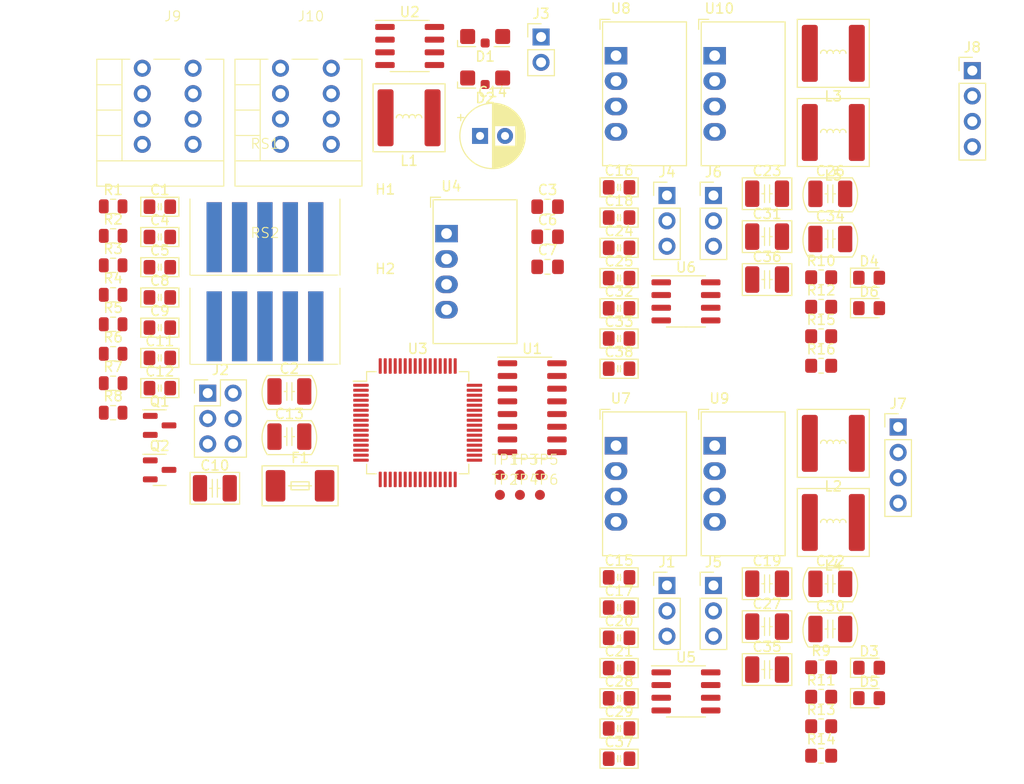
<source format=kicad_pcb>
(kicad_pcb (version 20221018) (generator pcbnew)
  (layers (0 "F.Cu" signal) (31 "B.Cu" signal) (34 "B.Paste" user) (35 "F.Paste" user) (36 "B.SilkS" user "B.Silkscreen") (37 "F.SilkS" user "F.Silkscreen") (38 "B.Mask" user) (39 "F.Mask" user) (44 "Edge.Cuts" user))
  (net 0 "")
  (net 1 "/+3.3VRS485")
  (net 2 "GND1")
  (net 3 "GNDD")
  (net 4 "+3V3")
  (net 5 "/NRST")
  (net 6 "GNDA")
  (net 7 "+24V")
  (net 8 "Net-(U4-IN+)")
  (net 9 "/Vcc_1")
  (net 10 "/GND_1")
  (net 11 "/Vcc_2")
  (net 12 "/GND_2")
  (net 13 "Net-(D3-A)")
  (net 14 "Net-(J1-Pin_3)")
  (net 15 "Net-(U7-IN+)")
  (net 16 "Net-(D4-A)")
  (net 17 "Net-(J4-Pin_3)")
  (net 18 "Net-(U8-IN+)")
  (net 19 "Net-(D5-A)")
  (net 20 "Net-(J1-Pin_1)")
  (net 21 "Net-(U9-IN+)")
  (net 22 "Net-(D6-A)")
  (net 23 "Net-(J4-Pin_1)")
  (net 24 "Net-(U10-IN+)")
  (net 25 "Net-(D1-K)")
  (net 26 "Net-(D1-A)")
  (net 27 "Net-(D2-K)")
  (net 28 "Net-(D2-A)")
  (net 29 "Net-(D3-K)")
  (net 30 "Net-(D4-K)")
  (net 31 "Net-(D5-K)")
  (net 32 "Net-(D6-K)")
  (net 33 "Net-(RS2-Pin_2)")
  (net 34 "/SWDIO")
  (net 35 "/SWCLK")
  (net 37 "/GPIO1")
  (net 38 "/GPIO2")
  (net 39 "/RX_1")
  (net 40 "/TX_1")
  (net 41 "/RX_2")
  (net 42 "/TX_2")
  (net 43 "Net-(Q1-B)")
  (net 44 "Net-(Q2-B)")
  (net 45 "Net-(U1-VE2)")
  (net 46 "Net-(U1-VID)")
  (net 47 "Net-(RS1-Pin_3)")
  (net 48 "Net-(U1-VE1)")
  (net 49 "Net-(RS1-Pin_4)")
  (net 50 "Net-(U1-VOC)")
  (net 51 "/RTS")
  (net 52 "Net-(U1-VOB)")
  (net 53 "/RTS_cont")
  (net 54 "/TX_USART_1")
  (net 55 "/DE_USART_1")
  (net 56 "/RX_USART_1")
  (net 71 "/TX_USART_OUT1")
  (net 72 "/RX_USART_OUT1")
  (net 78 "/TX_USART_OUT2")
  (net 79 "/RX_USART_OUT2")
  (net 86 "/UART_DE")
  (net 87 "/UART_TX")
  (net 88 "/UART_RX")
  (footprint "MountingHole:MountingHole_3.2mm_M3" (layer "F.Cu") (at 99.38 76.385)
    (fp_text reference "H1" (at 0 -4.2) (layer "F.SilkS"))
    (fp_text value "MountingHole")
    (pad "" np_thru_hole circle (at 0 0) (size 3.2 3.2) (drill 3.2) (layers "*.Cu" "*.Mask"))
  )
  (footprint "Resistor_SMD:R_0805_2012Metric_Pad1.20x1.40mm_HandSolder" (layer "F.Cu") (at 142.98 89.835)
    (fp_text reference "R16" (at 0 -1.65) (layer "F.SilkS"))
    (fp_text value "0805 750")
    (pad "1" smd roundrect (at -1 0) (size 1.2 1.4) (layers "F.Cu" "F.Paste" "F.Mask") (roundrect_rratio 0.208333) (net 12 "/GND_2"))
    (pad "2" smd roundrect (at 1 0) (size 1.2 1.4) (layers "F.Cu" "F.Paste" "F.Mask") (roundrect_rratio 0.208333) (net 32 "Net-(D6-K)"))
  )
  (footprint "PCM_4ms_Resistor:R_0805_2012Metric" (layer "F.Cu") (at 72.17 94.535)
    (fp_text reference "R8" (at 0 -1.65) (layer "F.SilkS"))
    (fp_text value "0805-150 Ом±5%-0,125 Вт")
    (pad "1" smd roundrect (at -0.9375 0) (size 0.975 1.4) (layers "F.Cu" "F.Paste" "F.Mask") (net 4 "+3V3"))
    (pad "2" smd roundrect (at 0.9375 0) (size 0.975 1.4) (layers "F.Cu" "F.Paste" "F.Mask") (net 28 "Net-(D2-A)"))
  )
  (footprint "LED_SMD:LED_0805_2012Metric_Pad1.15x1.40mm_HandSolder" (layer "F.Cu") (at 147.775 123.1)
    (fp_text reference "D5" (at 0 -1.65) (layer "F.SilkS"))
    (fp_text value "LED 0805 (LTST-C170KGKT)")
    (pad "1" smd roundrect (at -1.025 0) (size 1.15 1.4) (layers "F.Cu" "F.Paste" "F.Mask") (roundrect_rratio 0.217391) (net 31 "Net-(D5-K)"))
    (pad "2" smd roundrect (at 1.025 0) (size 1.15 1.4) (layers "F.Cu" "F.Paste" "F.Mask") (roundrect_rratio 0.217391) (net 19 "Net-(D5-A)"))
  )
  (footprint "PCM_Capacitor_SMD_AKL:C_1210_3225Metric_Pad1.42x2.65mm_HandSolder" (layer "F.Cu") (at 137.5715 76.9125)
    (fp_text reference "C31" (at 0 -2.28) (layer "F.SilkS"))
    (fp_text value "10uF 50V 1210 GRM32ER71H106K")
    (pad "1" smd roundrect (at -1.4875 0) (size 1.425 2.65) (layers "F.Cu" "F.Paste" "F.Mask") (roundrect_rratio 0.175439) (net 22 "Net-(D6-A)"))
    (pad "2" smd roundrect (at 1.4875 0) (size 1.425 2.65) (layers "F.Cu" "F.Paste" "F.Mask") (roundrect_rratio 0.175439) (net 12 "/GND_2"))
  )
  (footprint "Package_TO_SOT_SMD:SOT-23" (layer "F.Cu") (at 76.82 95.805)
    (fp_text reference "Q1" (at 0 -2.4) (layer "F.SilkS"))
    (fp_text value "DTC114ECA (SOT-23)")
    (pad "1" smd roundrect (at -0.9375 -0.95) (size 1.475 0.6) (layers "F.Cu" "F.Paste" "F.Mask") (net 43 "Net-(Q1-B)"))
    (pad "2" smd roundrect (at -0.9375 0.95) (size 1.475 0.6) (layers "F.Cu" "F.Paste" "F.Mask") (net 3 "GNDD"))
    (pad "3" smd roundrect (at 0.9375 0) (size 1.475 0.6) (layers "F.Cu" "F.Paste" "F.Mask") (net 25 "Net-(D1-K)"))
  )
  (footprint "PCM_Capacitor_SMD_AKL:C_0805_2012Metric_Pad1.18x1.45mm_HandSolder" (layer "F.Cu") (at 122.77 90.1325)
    (fp_text reference "C38" (at 0 -1.68) (layer "F.SilkS"))
    (fp_text value "0,1uF 100V 0805")
    (pad "1" smd roundrect (at -1.0375 0) (size 1.175 1.45) (layers "F.Cu" "F.Paste" "F.Mask") (roundrect_rratio 0.212766) (net 12 "/GND_2"))
    (pad "2" smd roundrect (at 1.0375 0) (size 1.175 1.45) (layers "F.Cu" "F.Paste" "F.Mask") (roundrect_rratio 0.212766) (net 11 "/Vcc_2"))
  )
  (footprint "PCM_Capacitor_SMD_AKL:C_0805_2012Metric_Pad1.18x1.45mm_HandSolder" (layer "F.Cu") (at 76.84 92.0725)
    (fp_text reference "C12" (at 0 -1.68) (layer "F.SilkS"))
    (fp_text value "4,7uF 50V 0805")
    (pad "1" smd roundrect (at -1.0375 0) (size 1.175 1.45) (layers "F.Cu" "F.Paste" "F.Mask") (roundrect_rratio 0.212766) (net 8 "Net-(U4-IN+)"))
    (pad "2" smd roundrect (at 1.0375 0) (size 1.175 1.45) (layers "F.Cu" "F.Paste" "F.Mask") (roundrect_rratio 0.212766) (net 6 "GNDA"))
  )
  (footprint "Connector_PinHeader_2.54mm:PinHeader_1x03_P2.54mm_Vertical" (layer "F.Cu") (at 132.21 111.825)
    (fp_text reference "J5" (at 0 -2.33) (layer "F.SilkS"))
    (fp_text value "ON_5_3")
    (pad "1" thru_hole rect (at 0 0) (size 1.7 1.7) (drill 1) (layers "*.Cu" "*.Mask") (net 19 "Net-(D5-A)"))
    (pad "2" thru_hole oval (at 0 2.54) (size 1.7 1.7) (drill 1) (layers "*.Cu" "*.Mask") (net 9 "/Vcc_1"))
    (pad "3" thru_hole oval (at 0 5.08) (size 1.7 1.7) (drill 1) (layers "*.Cu" "*.Mask") (net 13 "Net-(D3-A)"))
  )
  (footprint "LED_SMD:LED_0805_2012Metric_Pad1.15x1.40mm_HandSolder" (layer "F.Cu") (at 147.775 81.03)
    (fp_text reference "D4" (at 0 -1.65) (layer "F.SilkS"))
    (fp_text value "LED 0805 (LTST-C170KGKT)")
    (pad "1" smd roundrect (at -1.025 0) (size 1.15 1.4) (layers "F.Cu" "F.Paste" "F.Mask") (roundrect_rratio 0.217391) (net 30 "Net-(D4-K)"))
    (pad "2" smd roundrect (at 1.025 0) (size 1.15 1.4) (layers "F.Cu" "F.Paste" "F.Mask") (roundrect_rratio 0.217391) (net 16 "Net-(D4-A)"))
  )
  (footprint "Converter_DCDC:Converter_DCDC_Murata_MEE3SxxxxSC_THT" (layer "F.Cu") (at 132.33 58.81)
    (fp_text reference "U10" (at 0.47 -4.73 180) (layer "F.SilkS"))
    (fp_text value "AM1SS-2403SJZ")
    (pad "1" thru_hole rect (at 0 0 270) (size 1.75 2.25) (drill 1.075) (layers "*.Cu" "*.Mask") (net 6 "GNDA"))
    (pad "2" thru_hole oval (at 0 2.54 270) (size 1.75 2.25) (drill 1.075) (layers "*.Cu" "*.Mask") (net 24 "Net-(U10-IN+)"))
    (pad "3" thru_hole oval (at 0 5.08 270) (size 1.75 2.25) (drill 1.075) (layers "*.Cu" "*.Mask") (net 12 "/GND_2"))
    (pad "4" thru_hole oval (at 0 7.62 270) (size 1.75 2.25) (drill 1.075) (layers "*.Cu" "*.Mask") (net 22 "Net-(D6-A)"))
  )
  (footprint "Package_SO:SOIC-8_3.9x4.9mm_P1.27mm" (layer "F.Cu") (at 129.46 122.425)
    (fp_text reference "U5" (at 0 -3.4) (layer "F.SilkS"))
    (fp_text value "Pai122E30")
    (pad "1" smd roundrect (at -2.475 -1.905) (size 1.95 0.6) (layers "F.Cu" "F.Paste" "F.Mask") (net 4 "+3V3"))
    (pad "2" smd roundrect (at -2.475 -0.635) (size 1.95 0.6) (layers "F.Cu" "F.Paste" "F.Mask") (net 72 "/RX_USART_OUT1"))
    (pad "3" smd roundrect (at -2.475 0.635) (size 1.95 0.6) (layers "F.Cu" "F.Paste" "F.Mask") (net 71 "/TX_USART_OUT1"))
    (pad "4" smd roundrect (at -2.475 1.905) (size 1.95 0.6) (layers "F.Cu" "F.Paste" "F.Mask") (net 3 "GNDD"))
    (pad "5" smd roundrect (at 2.475 1.905) (size 1.95 0.6) (layers "F.Cu" "F.Paste" "F.Mask") (net 10 "/GND_1"))
    (pad "6" smd roundrect (at 2.475 0.635) (size 1.95 0.6) (layers "F.Cu" "F.Paste" "F.Mask") (net 40 "/TX_1"))
    (pad "7" smd roundrect (at 2.475 -0.635) (size 1.95 0.6) (layers "F.Cu" "F.Paste" "F.Mask") (net 39 "/RX_1"))
    (pad "8" smd roundrect (at 2.475 -1.905) (size 1.95 0.6) (layers "F.Cu" "F.Paste" "F.Mask") (net 9 "/Vcc_1"))
  )
  (footprint "PCM_Capacitor_THT_AKL:CP_Radial_D6.3mm_P2.50mm" (layer "F.Cu") (at 108.865241 66.835)
    (fp_text reference "C14" (at 1.25 -4.4) (layer "F.SilkS"))
    (fp_text value "47uF 63V D10,5" hide)
    (pad "1" thru_hole rect (at 0 0) (size 1.6 1.6) (drill 0.8) (layers "*.Cu" "*.Mask") (net 7 "+24V"))
    (pad "2" thru_hole circle (at 2.5 0) (size 1.6 1.6) (drill 0.8) (layers "*.Cu" "*.Mask") (net 6 "GNDA"))
  )
  (footprint "Connector_PinHeader_2.54mm:PinHeader_1x02_P2.54mm_Vertical" (layer "F.Cu") (at 114.97 56.935)
    (fp_text reference "J3" (at 0 -2.33) (layer "F.SilkS"))
    (fp_text value "Debbag GPIO (PinHeader_01x02_P2.54mm)")
    (pad "1" thru_hole rect (at 0 0) (size 1.7 1.7) (drill 1) (layers "*.Cu" "*.Mask") (net 37 "/GPIO1"))
    (pad "2" thru_hole oval (at 0 2.54) (size 1.7 1.7) (drill 1) (layers "*.Cu" "*.Mask") (net 38 "/GPIO2"))
  )
  (footprint "Converter_DCDC:Converter_DCDC_Murata_MEE3SxxxxSC_THT" (layer "F.Cu") (at 105.515 76.61)
    (fp_text reference "U4" (at 0.47 -4.73 180) (layer "F.SilkS"))
    (fp_text value "AM1SS-2403SJZ")
    (pad "1" thru_hole rect (at 0 0 270) (size 1.75 2.25) (drill 1.075) (layers "*.Cu" "*.Mask") (net 6 "GNDA"))
    (pad "2" thru_hole oval (at 0 2.54 270) (size 1.75 2.25) (drill 1.075) (layers "*.Cu" "*.Mask") (net 8 "Net-(U4-IN+)"))
    (pad "3" thru_hole oval (at 0 5.08 270) (size 1.75 2.25) (drill 1.075) (layers "*.Cu" "*.Mask") (net 3 "GNDD"))
    (pad "4" thru_hole oval (at 0 7.62 270) (size 1.75 2.25) (drill 1.075) (layers "*.Cu" "*.Mask") (net 4 "+3V3"))
  )
  (footprint "Connector:Edge_Conn_KLS1-603-10" (layer "F.Cu") (at 87.355 82.08)
    (fp_text reference "RS2" (at 0 -5.54 unlocked) (layer "F.SilkS") (effects (font (thickness 0.1))))
    (fp_text value "SL-10 (L-KLS1-603C-10-S)")
    (pad "1" connect rect (at -5.08 3.81) (size 1.524 7) (layers "*.Mask" "F.Cu") (net 6 "GNDA"))
    (pad "2" connect rect (at -2.54 3.81) (size 1.524 7) (layers "*.Mask" "F.Cu") (net 33 "Net-(RS2-Pin_2)"))
    (pad "3" connect rect (at 0 3.81) (size 1.524 7) (layers "*.Mask" "F.Cu") (net 33 "Net-(RS2-Pin_2)"))
    (pad "4" connect rect (at 2.54 3.81) (size 1.524 7) (layers "*.Mask" "F.Cu") (net 6 "GNDA"))
    (pad "5" connect rect (at 5.08 3.81) (size 1.524 7) (layers "*.Mask" "F.Cu") (net 6 "GNDA"))
    (pad "6" connect rect (at 5.08 3.81) (size 1.524 7) (layers "*.Mask" "B.Cu") (net 6 "GNDA"))
    (pad "7" connect rect (at 2.54 3.81) (size 1.524 7) (layers "*.Mask" "B.Cu") (net 6 "GNDA"))
    (pad "8" connect rect (at 0 3.81) (size 1.524 7) (layers "*.Mask" "B.Cu") (net 33 "Net-(RS2-Pin_2)"))
    (pad "9" connect rect (at -2.54 3.81) (size 1.524 7) (layers "*.Mask" "B.Cu") (net 33 "Net-(RS2-Pin_2)"))
    (pad "10" connect rect (at -5.08 3.81) (size 1.524 7) (layers "*.Mask" "B.Cu") (net 6 "GNDA"))
  )
  (footprint "Connector_PinHeader_2.54mm:PinHeader_1x04_P2.54mm_Vertical" (layer "F.Cu") (at 158.1 60.3)
    (fp_text reference "J8" (at 0 -2.33) (layer "F.SilkS"))
    (fp_text value "Usart_debbag")
    (pad "1" thru_hole rect (at 0 0) (size 1.7 1.7) (drill 1) (layers "*.Cu" "*.Mask") (net 11 "/Vcc_2"))
    (pad "2" thru_hole oval (at 0 2.54) (size 1.7 1.7) (drill 1) (layers "*.Cu" "*.Mask") (net 41 "/RX_2"))
    (pad "3" thru_hole oval (at 0 5.08) (size 1.7 1.7) (drill 1) (layers "*.Cu" "*.Mask") (net 42 "/TX_2"))
    (pad "4" thru_hole oval (at 0 7.62) (size 1.7 1.7) (drill 1) (layers "*.Cu" "*.Mask") (net 12 "/GND_2"))
  )
  (footprint "Connector_PinHeader_2.54mm:PinHeader_1x04_P2.54mm_Vertical" (layer "F.Cu") (at 150.68 95.965)
    (fp_text reference "J7" (at 0 -2.33) (layer "F.SilkS"))
    (fp_text value "Usart_debbag")
    (pad "1" thru_hole rect (at 0 0) (size 1.7 1.7) (drill 1) (layers "*.Cu" "*.Mask") (net 9 "/Vcc_1"))
    (pad "2" thru_hole oval (at 0 2.54) (size 1.7 1.7) (drill 1) (layers "*.Cu" "*.Mask") (net 39 "/RX_1"))
    (pad "3" thru_hole oval (at 0 5.08) (size 1.7 1.7) (drill 1) (layers "*.Cu" "*.Mask") (net 40 "/TX_1"))
    (pad "4" thru_hole oval (at 0 7.62) (size 1.7 1.7) (drill 1) (layers "*.Cu" "*.Mask") (net 10 "/GND_1"))
  )
  (footprint "PCM_Inductor_SMD_Handsoldering_AKL:L_Bourns-SRN6028" (layer "F.Cu") (at 144.195 58.57)
    (fp_text reference "L3" (at 0 4.3) (layer "F.SilkS"))
    (fp_text value "6,8uH 3,5A ETQP3M6R8KVP" hide)
    (pad "1" smd roundrect (at -2.35 0) (size 1.6 5.7) (layers "F.Cu" "F.Paste" "F.Mask") (roundrect_rratio 0.15625) (net 17 "Net-(J4-Pin_3)"))
    (pad "2" smd roundrect (at 2.35 0) (size 1.6 5.7) (layers "F.Cu" "F.Paste" "F.Mask") (roundrect_rratio 0.15625) (net 18 "Net-(U8-IN+)"))
  )
  (footprint "Capacitor_SMD:C_0805_2012Metric_Pad1.18x1.45mm_HandSolder" (layer "F.Cu") (at 115.62 76.925)
    (fp_text reference "C6" (at 0 -1.68) (layer "F.SilkS"))
    (fp_text value "0,1uF 50V 0805")
    (pad "1" smd roundrect (at -1.0375 0) (size 1.175 1.45) (layers "F.Cu" "F.Paste" "F.Mask") (roundrect_rratio 0.212766) (net 5 "/NRST"))
    (pad "2" smd roundrect (at 1.0375 0) (size 1.175 1.45) (layers "F.Cu" "F.Paste" "F.Mask") (roundrect_rratio 0.212766) (net 3 "GNDD"))
  )
  (footprint "PCM_4ms_TestPoint:TestPoint_D1" (layer "F.Cu") (at 110.855 100.76)
    (fp_text reference "TP1" (at 0.508 -1.524 unlocked) (layer "F.SilkS") (effects (font (thickness 0.1))))
    (fp_text value "TestPoint")
    (pad "1" smd circle (at 0 0) (size 1 1) (property pad_prop_testpoint) (layers "F.Cu" "F.Paste" "F.Mask") (net 47 "Net-(RS1-Pin_3)"))
  )
  (footprint "PCM_Capacitor_SMD_AKL:C_0805_2012Metric_Pad1.18x1.45mm_HandSolder" (layer "F.Cu") (at 122.77 123.1125)
    (fp_text reference "C28" (at 0 -1.68) (layer "F.SilkS"))
    (fp_text value "4,7uF 50V 0805")
    (pad "1" smd roundrect (at -1.0375 0) (size 1.175 1.45) (layers "F.Cu" "F.Paste" "F.Mask") (roundrect_rratio 0.212766) (net 20 "Net-(J1-Pin_1)"))
    (pad "2" smd roundrect (at 1.0375 0) (size 1.175 1.45) (layers "F.Cu" "F.Paste" "F.Mask") (roundrect_rratio 0.212766) (net 6 "GNDA"))
  )
  (footprint "Package_SO:SOIC-8_3.9x4.9mm_P1.27mm" (layer "F.Cu") (at 101.83 57.835)
    (fp_text reference "U2" (at 0 -3.4) (layer "F.SilkS"))
    (fp_text value "ADM3485EARZ-REEL (SOIC-8)")
    (pad "1" smd roundrect (at -2.475 -1.905) (size 1.95 0.6) (layers "F.Cu" "F.Paste" "F.Mask") (net 46 "Net-(U1-VID)"))
    (pad "2" smd roundrect (at -2.475 -0.635) (size 1.95 0.6) (layers "F.Cu" "F.Paste" "F.Mask") (net 50 "Net-(U1-VOC)"))
    (pad "3" smd roundrect (at -2.475 0.635) (size 1.95 0.6) (layers "F.Cu" "F.Paste" "F.Mask") (net 50 "Net-(U1-VOC)"))
    (pad "4" smd roundrect (at -2.475 1.905) (size 1.95 0.6) (layers "F.Cu" "F.Paste" "F.Mask") (net 52 "Net-(U1-VOB)"))
    (pad "5" smd roundrect (at 2.475 1.905) (size 1.95 0.6) (layers "F.Cu" "F.Paste" "F.Mask") (net 2 "GND1"))
    (pad "6" smd roundrect (at 2.475 0.635) (size 1.95 0.6) (layers "F.Cu" "F.Paste" "F.Mask") (net 47 "Net-(RS1-Pin_3)"))
    (pad "7" smd roundrect (at 2.475 -0.635) (size 1.95 0.6) (layers "F.Cu" "F.Paste" "F.Mask") (net 49 "Net-(RS1-Pin_4)"))
    (pad "8" smd roundrect (at 2.475 -1.905) (size 1.95 0.6) (layers "F.Cu" "F.Paste" "F.Mask") (net 1 "/+3.3VRS485"))
  )
  (footprint "Connector:DG141R-04" (layer "F.Cu") (at 91.955 55.36)
    (fp_text reference "J10" (at 0 -0.5 unlocked) (layer "F.SilkS") (effects (font (thickness 0.1))))
    (fp_text value "DG141R-04")
    (pad "1" thru_hole circle (at -3.048 4.699) (size 1.7 1.7) (drill 1) (layers "*.Cu" "*.Mask") (net 11 "/Vcc_2"))
    (pad "1" thru_hole circle (at 2.032 4.699) (size 1.7 1.7) (drill 1) (layers "*.Cu" "*.Mask") (net 11 "/Vcc_2"))
    (pad "2" thru_hole circle (at -3.048 7.239) (size 1.7 1.7) (drill 1) (layers "*.Cu" "*.Mask") (net 41 "/RX_2"))
    (pad "2" thru_hole circle (at 2.032 7.239) (size 1.7 1.7) (drill 1) (layers "*.Cu" "*.Mask") (net 41 "/RX_2"))
    (pad "3" thru_hole circle (at -3.048 9.779) (size 1.7 1.7) (drill 1) (layers "*.Cu" "*.Mask") (net 42 "/TX_2"))
    (pad "3" thru_hole circle (at 2.032 9.779) (size 1.7 1.7) (drill 1) (layers "*.Cu" "*.Mask") (net 42 "/TX_2"))
    (pad "4" thru_hole circle (at -3.048 12.319) (size 1.7 1.7) (drill 1) (layers "*.Cu" "*.Mask") (net 12 "/GND_2"))
    (pad "4" thru_hole circle (at 2.032 12.319) (size 1.7 1.7) (drill 1) (layers "*.Cu" "*.Mask") (net 12 "/GND_2"))
  )
  (footprint "Resistor_SMD:R_0805_2012Metric_Pad1.20x1.40mm_HandSolder" (layer "F.Cu") (at 142.98 86.885)
    (fp_text reference "R15" (at 0 -1.65) (layer "F.SilkS"))
    (fp_text value "0805 301")
    (pad "1" smd roundrect (at -1 0) (size 1.2 1.4) (layers "F.Cu" "F.Paste" "F.Mask") (roundrect_rratio 0.208333) (net 12 "/GND_2"))
    (pad "2" smd roundrect (at 1 0) (size 1.2 1.4) (layers "F.Cu" "F.Paste" "F.Mask") (roundrect_rratio 0.208333) (net 22 "Net-(D6-A)"))
  )
  (footprint "PCM_Capacitor_SMD_AKL:C_0805_2012Metric_Pad1.18x1.45mm_HandSolder" (layer "F.Cu") (at 76.84 76.9475)
    (fp_text reference "C4" (at 0 -1.68) (layer "F.SilkS"))
    (fp_text value "4,7uF 50V 0805")
    (pad "1" smd roundrect (at -1.0375 0) (size 1.175 1.45) (layers "F.Cu" "F.Paste" "F.Mask") (roundrect_rratio 0.212766) (net 4 "+3V3"))
    (pad "2" smd roundrect (at 1.0375 0) (size 1.175 1.45) (layers "F.Cu" "F.Paste" "F.Mask") (roundrect_rratio 0.212766) (net 3 "GNDD"))
  )
  (footprint "PCM_Capacitor_SMD_Handsoldering_AKL:C_1210_3225Metric_Pad1.42x2.65mm" (layer "F.Cu") (at 89.794833 96.93)
    (fp_text reference "C13" (at 0 -2.28) (layer "F.SilkS"))
    (fp_text value " 270 pf X7R 1206 2000v 202R18W271KW4E" hide)
    (pad "1" smd roundrect (at -1.4875 0) (size 1.425 2.65) (layers "F.Cu" "F.Paste" "F.Mask") (roundrect_rratio 0.175439) (net 6 "GNDA"))
    (pad "2" smd roundrect (at 1.4875 0) (size 1.425 2.65) (layers "F.Cu" "F.Paste" "F.Mask") (roundrect_rratio 0.175439) (net 3 "GNDD"))
  )
  (footprint "Connector:DG141R-04" (layer "F.Cu") (at 78.135 55.36)
    (fp_text reference "J9" (at 0 -0.5 unlocked) (layer "F.SilkS") (effects (font (thickness 0.1))))
    (fp_text value "DG141R-04")
    (pad "1" thru_hole circle (at -3.048 4.699) (size 1.7 1.7) (drill 1) (layers "*.Cu" "*.Mask") (net 9 "/Vcc_1"))
    (pad "1" thru_hole circle (at 2.032 4.699) (size 1.7 1.7) (drill 1) (layers "*.Cu" "*.Mask") (net 9 "/Vcc_1"))
    (pad "2" thru_hole circle (at -3.048 7.239) (size 1.7 1.7) (drill 1) (layers "*.Cu" "*.Mask") (net 39 "/RX_1"))
    (pad "2" thru_hole circle (at 2.032 7.239) (size 1.7 1.7) (drill 1) (layers "*.Cu" "*.Mask") (net 39 "/RX_1"))
    (pad "3" thru_hole circle (at -3.048 9.779) (size 1.7 1.7) (drill 1) (layers "*.Cu" "*.Mask") (net 40 "/TX_1"))
    (pad "3" thru_hole circle (at 2.032 9.779) (size 1.7 1.7) (drill 1) (layers "*.Cu" "*.Mask") (net 40 "/TX_1"))
    (pad "4" thru_hole circle (at -3.048 12.319) (size 1.7 1.7) (drill 1) (layers "*.Cu" "*.Mask") (net 10 "/GND_1"))
    (pad "4" thru_hole circle (at 2.032 12.319) (size 1.7 1.7) (drill 1) (layers "*.Cu" "*.Mask") (net 10 "/GND_1"))
  )
  (footprint "Package_TO_SOT_SMD:SOT-23" (layer "F.Cu") (at 76.82 100.255)
    (fp_text reference "Q2" (at 0 -2.4) (layer "F.SilkS"))
    (fp_text value "DTC114ECA (SOT-23)")
    (pad "1" smd roundrect (at -0.9375 -0.95) (size 1.475 0.6) (layers "F.Cu" "F.Paste" "F.Mask") (net 44 "Net-(Q2-B)"))
    (pad "2" smd roundrect (at -0.9375 0.95) (size 1.475 0.6) (layers "F.Cu" "F.Paste" "F.Mask") (net 3 "GNDD"))
    (pad "3" smd roundrect (at 0.9375 0) (size 1.475 0.6) (layers "F.Cu" "F.Paste" "F.Mask") (net 27 "Net-(D2-K)"))
  )
  (footprint "PCM_Capacitor_SMD_AKL:C_0805_2012Metric_Pad1.18x1.45mm_HandSolder" (layer "F.Cu") (at 122.77 120.0875)
    (fp_text reference "C21" (at 0 -1.68) (layer "F.SilkS"))
    (fp_text value "4,7uF 50V 0805")
    (pad "1" smd roundrect (at -1.0375 0) (size 1.175 1.45) (layers "F.Cu" "F.Paste" "F.Mask") (roundrect_rratio 0.212766) (net 15 "Net-(U7-IN+)"))
    (pad "2" smd roundrect (at 1.0375 0) (size 1.175 1.45) (layers "F.Cu" "F.Paste" "F.Mask") (roundrect_rratio 0.212766) (net 6 "GNDA"))
  )
  (footprint "Connector_PinHeader_2.54mm:PinHeader_1x03_P2.54mm_Vertical" (layer "F.Cu") (at 127.56 72.795)
    (fp_text reference "J4" (at 0 -2.33) (layer "F.SilkS"))
    (fp_text value "ON_24")
    (pad "1" thru_hole rect (at 0 0) (size 1.7 1.7) (drill 1) (layers "*.Cu" "*.Mask") (net 23 "Net-(J4-Pin_1)"))
    (pad "2" thru_hole oval (at 0 2.54) (size 1.7 1.7) (drill 1) (layers "*.Cu" "*.Mask") (net 7 "+24V"))
    (pad "3" thru_hole oval (at 0 5.08) (size 1.7 1.7) (drill 1) (layers "*.Cu" "*.Mask") (net 17 "Net-(J4-Pin_3)"))
  )
  (footprint "PCM_Capacitor_SMD_AKL:C_1210_3225Metric_Pad1.42x2.65mm_HandSolder" (layer "F.Cu") (at 137.5715 111.6475)
    (fp_text reference "C19" (at 0 -2.28) (layer "F.SilkS"))
    (fp_text value "10uF 50V 1210 GRM32ER71H106K")
    (pad "1" smd roundrect (at -1.4875 0) (size 1.425 2.65) (layers "F.Cu" "F.Paste" "F.Mask") (roundrect_rratio 0.175439) (net 13 "Net-(D3-A)"))
    (pad "2" smd roundrect (at 1.4875 0) (size 1.425 2.65) (layers "F.Cu" "F.Paste" "F.Mask") (roundrect_rratio 0.175439) (net 10 "/GND_1"))
  )
  (footprint "Connector_PinHeader_2.54mm:PinHeader_2x03_P2.54mm_Vertical" (layer "F.Cu") (at 81.63 92.575)
    (fp_text reference "J2" (at 1.27 -2.33) (layer "F.SilkS"))
    (fp_text value "Prog (PinHeader_2x03_P2.54mm)")
    (pad "1" thru_hole rect (at 0 0) (size 1.7 1.7) (drill 1) (layers "*.Cu" "*.Mask") (net 4 "+3V3"))
    (pad "2" thru_hole oval (at 2.54 0) (size 1.7 1.7) (drill 1) (layers "*.Cu" "*.Mask") (net 34 "/SWDIO"))
    (pad "3" thru_hole oval (at 0 2.54) (size 1.7 1.7) (drill 1) (layers "*.Cu" "*.Mask") (net 35 "/SWCLK"))
    (pad "4" thru_hole oval (at 2.54 2.54) (size 1.7 1.7) (drill 1) (layers "*.Cu" "*.Mask"))
    (pad "5" thru_hole oval (at 0 5.08) (size 1.7 1.7) (drill 1) (layers "*.Cu" "*.Mask") (net 5 "/NRST"))
    (pad "6" thru_hole oval (at 2.54 5.08) (size 1.7 1.7) (drill 1) (layers "*.Cu" "*.Mask") (net 3 "GNDD"))
  )
  (footprint "PCM_Capacitor_SMD_Handsoldering_AKL:C_1210_3225Metric_Pad1.42x2.65mm" (layer "F.Cu") (at 143.894833 116.18)
    (fp_text reference "C30" (at 0 -2.28) (layer "F.SilkS"))
    (fp_text value " 270 pf X7R 1206 2000v 202R18W271KW4E" hide)
    (pad "1" smd roundrect (at -1.4875 0) (size 1.425 2.65) (layers "F.Cu" "F.Paste" "F.Mask") (roundrect_rratio 0.175439) (net 6 "GNDA"))
    (pad "2" smd roundrect (at 1.4875 0) (size 1.425 2.65) (layers "F.Cu" "F.Paste" "F.Mask") (roundrect_rratio 0.175439) (net 10 "/GND_1"))
  )
  (footprint "Package_SO:SOIC-8_3.9x4.9mm_P1.27mm" (layer "F.Cu") (at 129.46 83.395)
    (fp_text reference "U6" (at 0 -3.4) (layer "F.SilkS"))
    (fp_text value "Pai122E30")
    (pad "1" smd roundrect (at -2.475 -1.905) (size 1.95 0.6) (layers "F.Cu" "F.Paste" "F.Mask") (net 4 "+3V3"))
    (pad "2" smd roundrect (at -2.475 -0.635) (size 1.95 0.6) (layers "F.Cu" "F.Paste" "F.Mask") (net 79 "/RX_USART_OUT2"))
    (pad "3" smd roundrect (at -2.475 0.635) (size 1.95 0.6) (layers "F.Cu" "F.Paste" "F.Mask") (net 78 "/TX_USART_OUT2"))
    (pad "4" smd roundrect (at -2.475 1.905) (size 1.95 0.6) (layers "F.Cu" "F.Paste" "F.Mask") (net 3 "GNDD"))
    (pad "5" smd roundrect (at 2.475 1.905) (size 1.95 0.6) (layers "F.Cu" "F.Paste" "F.Mask") (net 12 "/GND_2"))
    (pad "6" smd roundrect (at 2.475 0.635) (size 1.95 0.6) (layers "F.Cu" "F.Paste" "F.Mask") (net 42 "/TX_2"))
    (pad "7" smd roundrect (at 2.475 -0.635) (size 1.95 0.6) (layers "F.Cu" "F.Paste" "F.Mask") (net 41 "/RX_2"))
    (pad "8" smd roundrect (at 2.475 -1.905) (size 1.95 0.6) (layers "F.Cu" "F.Paste" "F.Mask") (net 11 "/Vcc_2"))
  )
  (footprint "PCM_4ms_Resistor:R_0805_2012Metric" (layer "F.Cu") (at 72.17 82.735)
    (fp_text reference "R4" (at 0 -1.65) (layer "F.SilkS"))
    (fp_text value "0805-150 Ом±5%-0,125 Вт")
    (pad "1" smd roundrect (at -0.9375 0) (size 0.975 1.4) (layers "F.Cu" "F.Paste" "F.Mask") (net 26 "Net-(D1-A)"))
    (pad "2" smd roundrect (at 0.9375 0) (size 0.975 1.4) (layers "F.Cu" "F.Paste" "F.Mask") (net 4 "+3V3"))
  )
  (footprint "Capacitor_SMD:C_0805_2012Metric_Pad1.18x1.45mm_HandSolder" (layer "F.Cu") (at 115.62 73.915)
    (fp_text reference "C3" (at 0 -1.68) (layer "F.SilkS"))
    (fp_text value "0,1uF 50V 0805")
    (pad "1" smd roundrect (at -1.0375 0) (size 1.175 1.45) (layers "F.Cu" "F.Paste" "F.Mask") (roundrect_rratio 0.212766) (net 4 "+3V3"))
    (pad "2" smd roundrect (at 1.0375 0) (size 1.175 1.45) (layers "F.Cu" "F.Paste" "F.Mask") (roundrect_rratio 0.212766) (net 3 "GNDD"))
  )
  (footprint "PCM_Capacitor_SMD_AKL:C_0805_2012Metric_Pad1.18x1.45mm_HandSolder" (layer "F.Cu") (at 122.77 114.0375)
    (fp_text reference "C17" (at 0 -1.68) (layer "F.SilkS"))
    (fp_text value "0,1uF 100V 0805")
    (pad "1" smd roundrect (at -1.0375 0) (size 1.175 1.45) (layers "F.Cu" "F.Paste" "F.Mask") (roundrect_rratio 0.212766) (net 10 "/GND_1"))
    (pad "2" smd roundrect (at 1.0375 0) (size 1.175 1.45) (layers "F.Cu" "F.Paste" "F.Mask") (roundrect_rratio 0.212766) (net 9 "/Vcc_1"))
  )
  (footprint "PCM_Capacitor_SMD_AKL:C_0805_2012Metric_Pad1.18x1.45mm_HandSolder" (layer "F.Cu") (at 76.84 82.9975)
    (fp_text reference "C8" (at 0 -1.68) (layer "F.SilkS"))
    (fp_text value "0,1uF 100V 0805")
    (pad "1" smd roundrect (at -1.0375 0) (size 1.175 1.45) (layers "F.Cu" "F.Paste" "F.Mask") (roundrect_rratio 0.212766) (net 3 "GNDD"))
    (pad "2" smd roundrect (at 1.0375 0) (size 1.175 1.45) (layers "F.Cu" "F.Paste" "F.Mask") (roundrect_rratio 0.212766) (net 4 "+3V3"))
  )
  (footprint "MountingHole:MountingHole_3.2mm_M3" (layer "F.Cu") (at 99.38 84.335)
    (fp_text reference "H2" (at 0 -4.2) (layer "F.SilkS"))
    (fp_text value "MountingHole")
    (pad "" np_thru_hole circle (at 0 0) (size 3.2 3.2) (drill 3.2) (layers "*.Cu" "*.Mask"))
  )
  (footprint "LED_SMD:LED_0805_2012Metric_Pad1.15x1.40mm_HandSolder" (layer "F.Cu") (at 147.775 84.07)
    (fp_text reference "D6" (at 0 -1.65) (layer "F.SilkS"))
    (fp_text value "LED 0805 (LTST-C170KGKT)")
    (pad "1" smd roundrect (at -1.025 0) (size 1.15 1.4) (layers "F.Cu" "F.Paste" "F.Mask") (roundrect_rratio 0.217391) (net 32 "Net-(D6-K)"))
    (pad "2" smd roundrect (at 1.025 0) (size 1.15 1.4) (layers "F.Cu" "F.Paste" "F.Mask") (roundrect_rratio 0.217391) (net 22 "Net-(D6-A)"))
  )
  (footprint "Connector:Edge_Conn_KLS1-603-10" (layer "F.Cu") (at 87.355 73.16)
    (fp_text reference "RS1" (at 0 -5.54 unlocked) (layer "F.SilkS") (effects (font (thickness 0.1))))
    (fp_text value "SL-10 (L-KLS1-603C-10-S)")
    (pad "1" connect rect (at -5.08 3.81) (size 1.524 7) (layers "*.Mask" "F.Cu") (net 1 "/+3.3VRS485"))
    (pad "2" connect rect (at -2.54 3.81) (size 1.524 7) (layers "*.Mask" "F.Cu") (net 2 "GND1"))
    (pad "3" connect rect (at 0 3.81) (size 1.524 7) (layers "*.Mask" "F.Cu") (net 47 "Net-(RS1-Pin_3)"))
    (pad "4" connect rect (at 2.54 3.81) (size 1.524 7) (layers "*.Mask" "F.Cu") (net 49 "Net-(RS1-Pin_4)"))
    (pad "5" connect rect (at 5.08 3.81) (size 1.524 7) (layers "*.Mask" "F.Cu") (net 51 "/RTS"))
    (pad "6" connect rect (at 5.08 3.81) (size 1.524 7) (layers "*.Mask" "B.Cu") (net 51 "/RTS"))
    (pad "7" connect rect (at 2.54 3.81) (size 1.524 7) (layers "*.Mask" "B.Cu") (net 49 "Net-(RS1-Pin_4)"))
    (pad "8" connect rect (at 0 3.81) (size 1.524 7) (layers "*.Mask" "B.Cu") (net 47 "Net-(RS1-Pin_3)"))
    (pad "9" connect rect (at -2.54 3.81) (size 1.524 7) (layers "*.Mask" "B.Cu") (net 2 "GND1"))
    (pad "10" connect rect (at -5.08 3.81) (size 1.524 7) (layers "*.Mask" "B.Cu") (net 1 "/+3.3VRS485"))
  )
  (footprint "PCM_Capacitor_SMD_AKL:C_1210_3225Metric_Pad1.42x2.65mm_HandSolder" (layer "F.Cu") (at 82.3415 102.0975)
    (fp_text reference "C10" (at 0 -2.28) (layer "F.SilkS"))
    (fp_text value "10uF 50V 1210 GRM32ER71H106K")
    (pad "1" smd roundrect (at -1.4875 0) (size 1.425 2.65) (layers "F.Cu" "F.Paste" "F.Mask") (roundrect_rratio 0.175439) (net 4 "+3V3"))
    (pad "2" smd roundrect (at 1.4875 0) (size 1.425 2.65) (layers "F.Cu" "F.Paste" "F.Mask") (roundrect_rratio 0.175439) (net 3 "GNDD"))
  )
  (footprint "PCM_Capacitor_SMD_AKL:C_0805_2012Metric_Pad1.18x1.45mm_HandSolder" (layer "F.Cu") (at 122.77 71.9825)
    (fp_text reference "C16" (at 0 -1.68) (layer "F.SilkS"))
    (fp_text value "0,1uF 100V 0805")
    (pad "1" smd roundrect (at -1.0375 0) (size 1.175 1.45) (layers "F.Cu" "F.Paste" "F.Mask") (roundrect_rratio 0.212766) (net 3 "GNDD"))
    (pad "2" smd roundrect (at 1.0375 0) (size 1.175 1.45) (layers "F.Cu" "F.Paste" "F.Mask") (roundrect_rratio 0.212766) (net 4 "+3V3"))
  )
  (footprint "PCM_4ms_TestPoint:TestPoint_D1" (layer "F.Cu") (at 114.855 102.76)
    (fp_text reference "TP6" (at 0.508 -1.524 unlocked) (layer "F.SilkS") (effects (font (thickness 0.1))))
    (fp_text value "TestPoint")
    (pad "1" smd circle (at 0 0) (size 1 1) (property pad_prop_testpoint) (layers "F.Cu" "F.Paste" "F.Mask") (net 51 "/RTS"))
  )
  (footprint "PCM_Capacitor_SMD_AKL:C_0805_2012Metric_Pad1.18x1.45mm_HandSolder" (layer "F.Cu") (at 76.84 89.0475)
    (fp_text reference "C11" (at 0 -1.68) (layer "F.SilkS"))
    (fp_text value "4,7uF 50V 0805")
    (pad "1" smd roundrect (at -1.0375 0) (size 1.175 1.45) (layers "F.Cu" "F.Paste" "F.Mask") (roundrect_rratio 0.212766) (net 7 "+24V"))
    (pad "2" smd roundrect (at 1.0375 0) (size 1.175 1.45) (layers "F.Cu" "F.Paste" "F.Mask") (roundrect_rratio 0.212766) (net 6 "GNDA"))
  )
  (footprint "Resistor_SMD:R_0805_2012Metric_Pad1.20x1.40mm_HandSolder" (layer "F.Cu") (at 142.98 122.965)
    (fp_text reference "R11" (at 0 -1.65) (layer "F.SilkS"))
    (fp_text value "0805 750")
    (pad "1" smd roundrect (at -1 0) (size 1.2 1.4) (layers "F.Cu" "F.Paste" "F.Mask") (roundrect_rratio 0.208333) (net 10 "/GND_1"))
    (pad "2" smd roundrect (at 1 0) (size 1.2 1.4) (layers "F.Cu" "F.Paste" "F.Mask") (roundrect_rratio 0.208333) (net 29 "Net-(D3-K)"))
  )
  (footprint "PCM_Capacitor_SMD_Handsoldering_AKL:C_1210_3225Metric_Pad1.42x2.65mm" (layer "F.Cu") (at 143.894833 111.66)
    (fp_text reference "C22" (at 0 -2.28) (layer "F.SilkS"))
    (fp_text value " 270 pf X7R 1206 2000v 202R18W271KW4E" hide)
    (pad "1" smd roundrect (at -1.4875 0) (size 1.425 2.65) (layers "F.Cu" "F.Paste" "F.Mask") (roundrect_rratio 0.175439) (net 6 "GNDA"))
    (pad "2" smd roundrect (at 1.4875 0) (size 1.425 2.65) (layers "F.Cu" "F.Paste" "F.Mask") (roundrect_rratio 0.175439) (net 10 "/GND_1"))
  )
  (footprint "PCM_Inductor_SMD_Handsoldering_AKL:L_Bourns-SRN6028" (layer "F.Cu") (at 101.765 65.02)
    (fp_text reference "L1" (at 0 4.3) (layer "F.SilkS"))
    (fp_text value "6,8uH 3,5A ETQP3M6R8KVP" hide)
    (pad "1" smd roundrect (at -2.35 0) (size 1.6 5.7) (layers "F.Cu" "F.Paste" "F.Mask") (roundrect_rratio 0.15625) (net 7 "+24V"))
    (pad "2" smd roundrect (at 2.35 0) (size 1.6 5.7) (layers "F.Cu" "F.Paste" "F.Mask") (roundrect_rratio 0.15625) (net 8 "Net-(U4-IN+)"))
  )
  (footprint "PCM_Capacitor_SMD_AKL:C_0805_2012Metric_Pad1.18x1.45mm_HandSolder" (layer "F.Cu") (at 122.77 117.0625)
    (fp_text reference "C20" (at 0 -1.68) (layer "F.SilkS"))
    (fp_text value "4,7uF 50V 0805")
    (pad "1" smd roundrect (at -1.0375 0) (size 1.175 1.45) (layers "F.Cu" "F.Paste" "F.Mask") (roundrect_rratio 0.212766) (net 14 "Net-(J1-Pin_3)"))
    (pad "2" smd roundrect (at 1.0375 0) (size 1.175 1.45) (layers "F.Cu" "F.Paste" "F.Mask") (roundrect_rratio 0.212766) (net 6 "GNDA"))
  )
  (footprint "PCM_4ms_Resistor:R_0805_2012Metric" (layer "F.Cu") (at 72.17 79.785)
    (fp_text reference "R3" (at 0 -1.65) (layer "F.SilkS"))
    (fp_text value "0805-560 Ом±5%-0,125 Вт")
    (pad "1" smd roundrect (at -0.9375 0) (size 0.975 1.4) (layers "F.Cu" "F.Paste" "F.Mask") (net 47 "Net-(RS1-Pin_3)"))
    (pad "2" smd roundrect (at 0.9375 0) (size 0.975 1.4) (layers "F.Cu" "F.Paste" "F.Mask") (net 1 "/+3.3VRS485"))
  )
  (footprint "PCM_Capacitor_SMD_AKL:C_1210_3225Metric_Pad1.42x2.65mm_HandSolder" (layer "F.Cu") (at 137.5715 72.6175)
    (fp_text reference "C23" (at 0 -2.28) (layer "F.SilkS"))
    (fp_text value "10uF 50V 1210 GRM32ER71H106K")
    (pad "1" smd roundrect (at -1.4875 0) (size 1.425 2.65) (layers "F.Cu" "F.Paste" "F.Mask") (roundrect_rratio 0.175439) (net 16 "Net-(D4-A)"))
    (pad "2" smd roundrect (at 1.4875 0) (size 1.425 2.65) (layers "F.Cu" "F.Paste" "F.Mask") (roundrect_rratio 0.175439) (net 12 "/GND_2"))
  )
  (footprint "PCM_Capacitor_SMD_AKL:C_0805_2012Metric_Pad1.18x1.45mm_HandSolder" (layer "F.Cu") (at 122.77 126.1375)
    (fp_text reference "C29" (at 0 -1.68) (layer "F.SilkS"))
    (fp_text value "4,7uF 50V 0805")
    (pad "1" smd roundrect (at -1.0375 0) (size 1.175 1.45) (layers "F.Cu" "F.Paste" "F.Mask") (roundrect_rratio 0.212766) (net 21 "Net-(U9-IN+)"))
    (pad "2" smd roundrect (at 1.0375 0) (size 1.175 1.45) (layers "F.Cu" "F.Paste" "F.Mask") (roundrect_rratio 0.212766) (net 6 "GNDA"))
  )
  (footprint "PCM_Capacitor_SMD_AKL:C_1210_3225Metric_Pad1.42x2.65mm_HandSolder" (layer "F.Cu") (at 137.5715 81.2075)
    (fp_text reference "C36" (at 0 -2.28) (layer "F.SilkS"))
    (fp_text value "10uF 50V 1210 GRM32ER71H106K")
    (pad "1" smd roundrect (at -1.4875 0) (size 1.425 2.65) (layers "F.Cu" "F.Paste" "F.Mask") (roundrect_rratio 0.175439) (net 11 "/Vcc_2"))
    (pad "2" smd roundrect (at 1.4875 0) (size 1.425 2.65) (layers "F.Cu" "F.Paste" "F.Mask") (roundrect_rratio 0.175439) (net 12 "/GND_2"))
  )
  (footprint "PCM_Capacitor_SMD_AKL:C_0805_2012Metric_Pad1.18x1.45mm_HandSolder" (layer "F.Cu") (at 122.77 129.1625)
    (fp_text reference "C37" (at 0 -1.68) (layer "F.SilkS"))
    (fp_text value "0,1uF 100V 0805")
    (pad "1" smd roundrect (at -1.0375 0) (size 1.175 1.45) (layers "F.Cu" "F.Paste" "F.Mask") (roundrect_rratio 0.212766) (net 10 "/GND_1"))
    (pad "2" smd roundrect (at 1.0375 0) (size 1.175 1.45) (layers "F.Cu" "F.Paste" "F.Mask") (roundrect_rratio 0.212766) (net 9 "/Vcc_1"))
  )
  (footprint "PCM_Capacitor_SMD_AKL:C_0805_2012Metric_Pad1.18x1.45mm_HandSolder" (layer "F.Cu") (at 122.77 78.0325)
    (fp_text reference "C24" (at 0 -1.68) (layer "F.SilkS"))
    (fp_text value "4,7uF 50V 0805")
    (pad "1" smd roundrect (at -1.0375 0) (size 1.175 1.45) (layers "F.Cu" "F.Paste" "F.Mask") (roundrect_rratio 0.212766) (net 17 "Net-(J4-Pin_3)"))
    (pad "2" smd roundrect (at 1.0375 0) (size 1.175 1.45) (layers "F.Cu" "F.Paste" "F.Mask") (roundrect_rratio 0.212766) (net 6 "GNDA"))
  )
  (footprint "PCM_Capacitor_SMD_AKL:C_0805_2012Metric_Pad1.18x1.45mm_HandSolder" (layer "F.Cu") (at 76.84 73.9225)
    (fp_text reference "C1" (at 0 -1.68) (layer "F.SilkS"))
    (fp_text value "1uF 100V 0805")
    (pad "1" smd roundrect (at -1.0375 0) (size 1.175 1.45) (layers "F.Cu" "F.Paste" "F.Mask") (roundrect_rratio 0.212766) (net 2 "GND1"))
    (pad "2" smd roundrect (at 1.0375 0) (size 1.175 1.45) (layers "F.Cu" "F.Paste" "F.Mask") (roundrect_rratio 0.212766) (net 1 "/+3.3VRS485"))
  )
  (footprint "PCM_Capacitor_SMD_AKL:C_1210_3225Metric_Pad1.42x2.65mm_HandSolder" (layer "F.Cu") (at 137.5715 115.9425)
    (fp_text reference "C27" (at 0 -2.28) (layer "F.SilkS"))
    (fp_text value "10uF 50V 1210 GRM32ER71H106K")
    (pad "1" smd roundrect (at -1.4875 0) (size 1.425 2.65) (layers "F.Cu" "F.Paste" "F.Mask") (roundrect_rratio 0.175439) (net 19 "Net-(D5-A)"))
    (pad "2" smd roundrect (at 1.4875 0) (size 1.425 2.65) (layers "F.Cu" "F.Paste" "F.Mask") (roundrect_rratio 0.175439) (net 10 "/GND_1"))
  )
  (footprint "PCM_4ms_Resistor:R_0805_2012Metric" (layer "F.Cu") (at 72.17 76.835)
    (fp_text reference "R2" (at 0 -1.65) (layer "F.SilkS"))
    (fp_text value "0805-10 кОм±5%-0,125 Вт")
    (pad "1" smd roundrect (at -0.9375 0) (size 0.975 1.4) (layers "F.Cu" "F.Paste" "F.Mask") (net 46 "Net-(U1-VID)"))
    (pad "2" smd roundrect (at 0.9375 0) (size 0.975 1.4) (layers "F.Cu" "F.Paste" "F.Mask") (net 1 "/+3.3VRS485"))
  )
  (footprint "PCM_Capacitor_SMD_AKL:C_0805_2012Metric_Pad1.18x1.45mm_HandSolder" (layer "F.Cu") (at 122.77 84.0825)
    (fp_text reference "C32" (at 0 -1.68) (layer "F.SilkS"))
    (fp_text value "4,7uF 50V 0805")
    (pad "1" smd roundrect (at -1.0375 0) (size 1.175 1.45) (layers "F.Cu" "F.Paste" "F.Mask") (roundrect_rratio 0.212766) (net 23 "Net-(J4-Pin_1)"))
    (pad "2" smd roundrect (at 1.0375 0) (size 1.175 1.45) (layers "F.Cu" "F.Paste" "F.Mask") (roundrect_rratio 0.212766) (net 6 "GNDA"))
  )
  (footprint "PCM_Capacitor_SMD_AKL:C_0805_2012Metric_Pad1.18x1.45mm_HandSolder" (layer "F.Cu") (at 76.84 86.0225)
    (fp_text reference "C9" (at 0 -1.68) (layer "F.SilkS"))
    (fp_text value "0,1uF 100V 0805")
    (pad "1" smd roundrect (at -1.0375 0) (size 1.175 1.45) (layers "F.Cu" "F.Paste" "F.Mask") (roundrect_rratio 0.212766) (net 2 "GND1"))
    (pad "2" smd roundrect (at 1.0375 0) (size 1.175 1.45) (layers "F.Cu" "F.Paste" "F.Mask") (roundrect_rratio 0.212766) (net 1 "/+3.3VRS485"))
  )
  (footprint "Resistor_SMD:R_0805_2012Metric_Pad1.20x1.40mm_HandSolder" (layer "F.Cu") (at 142.98 128.865)
    (fp_text reference "R14" (at 0 -1.65) (layer "F.SilkS"))
    (fp_text value "0805 750")
    (pad "1" smd roundrect (at -1 0) (size 1.2 1.4) (layers "F.Cu" "F.Paste" "F.Mask") (roundrect_rratio 0.208333) (net 10 "/GND_1"))
    (pad "2" smd roundrect (at 1 0) (size 1.2 1.4) (layers "F.Cu" "F.Paste" "F.Mask") (roundrect_rratio 0.208333) (net 31 "Net-(D5-K)"))
  )
  (footprint "Resistor_SMD:R_0805_2012Metric_Pad1.20x1.40mm_HandSolder" (layer "F.Cu") (at 142.98 125.915)
    (fp_text reference "R13" (at 0 -1.65) (layer "F.SilkS"))
    (fp_text value "0805 301")
    (pad "1" smd roundrect (at -1 0) (size 1.2 1.4) (layers "F.Cu" "F.Paste" "F.Mask") (roundrect_rratio 0.208333) (net 10 "/GND_1"))
    (pad "2" smd roundrect (at 1 0) (size 1.2 1.4) (layers "F.Cu" "F.Paste" "F.Mask") (roundrect_rratio 0.208333) (net 19 "Net-(D5-A)"))
  )
  (footprint "Package_QFP:LQFP-64_10x10mm_P0.5mm" (layer "F.Cu") (at 102.63 95.535)
    (fp_text reference "U3" (at 0 -7.4) (layer "F.SilkS"))
    (fp_text value "STM32G070RBTx (LQFP-64)")
    (pad "1" smd roundrect (at -5.675 -3.75) (size 1.55 0.3) (layers "F.Cu" "F.Paste" "F.Mask"))
    (pad "2" smd roundrect (at -5.675 -3.25) (size 1.55 0.3) (layers "F.Cu" "F.Paste" "F.Mask"))
    (pad "3" smd roundrect (at -5.675 -2.75) (size 1.55 0.3) (layers "F.Cu" "F.Paste" "F.Mask"))
    (pad "4" smd roundrect (at -5.675 -2.25) (size 1.55 0.3) (layers "F.Cu" "F.Paste" "F.Mask"))
    (pad "5" smd roundrect (at -5.675 -1.75) (size 1.55 0.3) (layers "F.Cu" "F.Paste" "F.Mask"))
    (pad "6" smd roundrect (at -5.675 -1.25) (size 1.55 0.3) (layers "F.Cu" "F.Paste" "F.Mask"))
    (pad "7" smd roundrect (at -5.675 -0.75) (size 1.55 0.3) (layers "F.Cu" "F.Paste" "F.Mask") (net 4 "+3V3"))
    (pad "8" smd roundrect (at -5.675 -0.25) (size 1.55 0.3) (layers "F.Cu" "F.Paste" "F.Mask") (net 4 "+3V3"))
    (pad "9" smd roundrect (at -5.675 0.25) (size 1.55 0.3) (layers "F.Cu" "F.Paste" "F.Mask") (net 3 "GNDD"))
    (pad "10" smd roundrect (at -5.675 0.75) (size 1.55 0.3) (layers "F.Cu" "F.Paste" "F.Mask"))
    (pad "11" smd roundrect (at -5.675 1.25) (size 1.55 0.3) (layers "F.Cu" "F.Paste" "F.Mask"))
    (pad "12" smd roundrect (at -5.675 1.75) (size 1.55 0.3) (layers "F.Cu" "F.Paste" "F.Mask") (net 5 "/NRST"))
    (pad "13" smd roundrect (at -5.675 2.25) (size 1.55 0.3) (layers "F.Cu" "F.Paste" "F.Mask"))
    (pad "14" smd roundrect (at -5.675 2.75) (size 1.55 0.3) (layers "F.Cu" "F.Paste" "F.Mask"))
    (pad "15" smd roundrect (at -5.675 3.25) (size 1.55 0.3) (layers "F.Cu" "F.Paste" "F.Mask"))
    (pad "16" smd roundrect (at -5.675 3.75) (size 1.55 0.3) (layers "F.Cu" "F.Paste" "F.Mask"))
    (pad "17" smd roundrect (at -3.75 5.675) (size 0.3 1.55) (layers "F.Cu" "F.Paste" "F.Mask"))
    (pad "18" smd roundrect (at -3.25 5.675) (size 0.3 1.55) (layers "F.Cu" "F.Paste" "F.Mask"))
    (pad "19" smd roundrect (at -2.75 5.675) (size 0.3 1.55) (layers "F.Cu" "F.Paste" "F.Mask") (net 71 "/TX_USART_OUT1"))
    (pad "20" smd roundrect (at -2.25 5.675) (size 0.3 1.55) (layers "F.Cu" "F.Paste" "F.Mask") (net 72 "/RX_USART_OUT1"))
    (pad "21" smd roundrect (at -1.75 5.675) (size 0.3 1.55) (layers "F.Cu" "F.Paste" "F.Mask") (net 43 "Net-(Q1-B)"))
    (pad "22" smd roundrect (at -1.25 5.675) (size 0.3 1.55) (layers "F.Cu" "F.Paste" "F.Mask") (net 44 "Net-(Q2-B)"))
    (pad "23" smd roundrect (at -0.75 5.675) (size 0.3 1.55) (layers "F.Cu" "F.Paste" "F.Mask"))
    (pad "24" smd roundrect (at -0.25 5.675) (size 0.3 1.55) (layers "F.Cu" "F.Paste" "F.Mask"))
    (pad "25" smd roundrect (at 0.25 5.675) (size 0.3 1.55) (layers "F.Cu" "F.Paste" "F.Mask") (net 37 "/GPIO1"))
    (pad "26" smd roundrect (at 0.75 5.675) (size 0.3 1.55) (layers "F.Cu" "F.Paste" "F.Mask") (net 38 "/GPIO2"))
    (pad "27" smd roundrect (at 1.25 5.675) (size 0.3 1.55) (layers "F.Cu" "F.Paste" "F.Mask"))
    (pad "28" smd roundrect (at 1.75 5.675) (size 0.3 1.55) (layers "F.Cu" "F.Paste" "F.Mask"))
    (pad "29" smd roundrect (at 2.25 5.675) (size 0.3 1.55) (layers "F.Cu" "F.Paste" "F.Mask"))
    (pad "30" smd roundrect (at 2.75 5.675) (size 0.3 1.55) (layers "F.Cu" "F.Paste" "F.Mask") (net 78 "/TX_USART_OUT2"))
    (pad "31" smd roundrect (at 3.25 5.675) (size 0.3 1.55) (layers "F.Cu" "F.Paste" "F.Mask") (net 79 "/RX_USART_OUT2"))
    (pad "32" smd roundrect (at 3.75 5.675) (size 0.3 1.55) (layers "F.Cu" "F.Paste" "F.Mask"))
    (pad "33" smd roundrect (at 5.675 3.75) (size 1.55 0.3) (layers "F.Cu" "F.Paste" "F.Mask"))
    (pad "34" smd roundrect (at 5.675 3.25) (size 1.55 0.3) (layers "F.Cu" "F.Paste" "F.Mask"))
    (pad "35" smd roundrect (at 5.675 2.75) (size 1.55 0.3) (layers "F.Cu" "F.Paste" "F.Mask"))
    (pad "36" smd roundrect (at 5.675 2.25) (size 1.55 0.3) (layers "F.Cu" "F.Paste" "F.Mask"))
    (pad "37" smd roundrect (at 5.675 1.75) (size 1.55 0.3) (layers "F.Cu" "F.Paste" "F.Mask") (net 54 "/TX_USART_1"))
    (pad "38" smd roundrect (at 5.675 1.25) (size 1.55 0.3) (layers "F.Cu" "F.Paste" "F.Mask"))
    (pad "39" smd roundrect (at 5.675 0.75) (size 1.55 0.3) (layers "F.Cu" "F.Paste" "F.Mask") (net 86 "/UART_DE"))
    (pad "40" smd roundrect (at 5.675 0.25) (size 1.55 0.3) (layers "F.Cu" "F.Paste" "F.Mask") (net 87 "/UART_TX"))
    (pad "41" smd roundrect (at 5.675 -0.25) (size 1.55 0.3) (layers "F.Cu" "F.Paste" "F.Mask") (net 88 "/UART_RX"))
    (pad "42" smd roundrect (at 5.675 -0.75) (size 1.55 0.3) (layers "F.Cu" "F.Paste" "F.Mask") (net 56 "/RX_USART_1"))
    (pad "43" smd roundrect (at 5.675 -1.25) (size 1.55 0.3) (layers "F.Cu" "F.Paste" "F.Mask"))
    (pad "44" smd roundrect (at 5.675 -1.75) (size 1.55 0.3) (layers "F.Cu" "F.Paste" "F.Mask") (net 55 "/DE_USART_1"))
    (pad "45" smd roundrect (at 5.675 -2.25) (size 1.55 0.3) (layers "F.Cu" "F.Paste" "F.Mask") (net 34 "/SWDIO"))
    (pad "46" smd roundrect (at 5.675 -2.75) (size 1.55 0.3) (layers "F.Cu" "F.Paste" "F.Mask") (net 35 "/SWCLK"))
    (pad "47" smd roundrect (at 5.675 -3.25) (size 1.55 0.3) (layers "F.Cu" "F.Paste" "F.Mask"))
    (pad "48" smd roundrect (at 5.675 -3.75) (size 1.55 0.3) (layers "F.Cu" "F.Paste" "F.Mask") (net 53 "/RTS_cont"))
    (pad "49" smd roundrect (at 3.75 -5.675) (size 0.3 1.55) (layers "F.Cu" "F.Paste" "F.Mask"))
    (pad "50" smd roundrect (at 3.25 -5.675) (size 0.3 1.55) (layers "F.Cu" "F.Paste" "F.Mask"))
    (pad "51" smd roundrect (at 2.75 -5.675) (size 0.3 1.55) (layers "F.Cu" "F.Paste" "F.Mask"))
    (pad "52" smd roundrect (at 2.25 -5.675) (size 0.3 1.55) (layers "F.Cu" "F.Paste" "F.Mask"))
    (pad "53" smd roundrect (at 1.75 -5.675) (size 0.3 1.55) (layers "F.Cu" "F.Paste" "F.Mask"))
    (pad "54" smd roundrect (at 1.25 -5.675) (size 0.3 1.55) (layers "F.Cu" "F.Paste" "F.Mask"))
    (pad "55" smd roundrect (at 0.75 -5.675) (size 0.3 1.55) (layers "F.Cu" "F.Paste" "F.Mask"))
    (pad "56" smd roundrect (at 0.25 -5.675) (size 0.3 1.55) (layers "F.Cu" "F.Paste" "F.Mask"))
    (pad "57" smd roundrect (at -0.25 -5.675) (size 0.3 1.55) (layers "F.Cu" "F.Paste" "F.Mask"))
    (pad "58" smd roundrect (at -0.75 -5.675) (size 0.3 1.55) (layers "F.Cu" "F.Paste" "F.Mask"))
    (pad "59" smd roundrect (at -1.25 -5.675) (size 0.3 1.55) (layers "F.Cu" "F.Paste" "F.Mask"))
    (pad "60" smd roundrect (at -1.75 -5.675) (size 0.3 1.55) (layers "F.Cu" "F.Paste" "F.Mask"))
    (pad "61" smd roundrect (at -2.25 -5.675) (size 0.3 1.55) (layers "F.Cu" "F.Paste" "F.Mask"))
    (pad "62" smd roundrect (at -2.75 -5.675) (size 0.3 1.55) (layers "F.Cu" "F.Paste" "F.Mask"))
    (pad "63" smd roundrect (at -3.25 -5.675) (size 0.3 1.55) (layers "F.Cu" "F.Paste" "F.Mask"))
    (pad "64" smd roundrect (at -3.75 -5.675) (size 0.3 1.55) (layers "F.Cu" "F.Paste" "F.Mask"))
  )
  (footprint "Resistor_SMD:R_0805_2012Metric_Pad1.20x1.40mm_HandSolder" (layer "F.Cu") (at 142.98 120.015)
    (fp_text reference "R9" (at 0 -1.65) (layer "F.SilkS"))
    (fp_text value "0805 161")
    (pad "1" smd roundrect (at -1 0) (size 1.2 1.4) (layers "F.Cu" "F.Paste" "F.Mask") (roundrect_rratio 0.208333) (net 10 "/GND_1"))
    (pad "2" smd roundrect (at 1 0) (size 1.2 1.4) (layers "F.Cu" "F.Paste" "F.Mask") (roundrect_rratio 0.208333) (net 13 "Net-(D3-A)"))
  )
  (footprint "PCM_Capacitor_SMD_AKL:C_0805_2012Metric_Pad1.18x1.45mm_HandSolder" (layer "F.Cu") (at 122.77 87.1075)
    (fp_text reference "C33" (at 0 -1.68) (layer "F.SilkS"))
    (fp_text value "4,7uF 50V 0805")
    (pad "1" smd roundrect (at -1.0375 0) (size 1.175 1.45) (layers "F.Cu" "F.Paste" "F.Mask") (roundrect_rratio 0.212766) (net 24 "Net-(U10-IN+)"))
    (pad "2" smd roundrect (at 1.0375 0) (size 1.175 1.45) (layers "F.Cu" "F.Paste" "F.Mask") (roundrect_rratio 0.212766) (net 6 "GNDA"))
  )
  (footprint "PCM_Inductor_SMD_Handsoldering_AKL:L_Bourns-SRN6028" (layer "F.Cu") (at 144.195 66.49)
    (fp_text reference "L5" (at 0 4.3) (layer "F.SilkS"))
    (fp_text value "6,8uH 3,5A ETQP3M6R8KVP" hide)
    (pad "1" smd roundrect (at -2.35 0) (size 1.6 5.7) (layers "F.Cu" "F.Paste" "F.Mask") (roundrect_rratio 0.15625) (net 23 "Net-(J4-Pin_1)"))
    (pad "2" smd roundrect (at 2.35 0) (size 1.6 5.7) (layers "F.Cu" "F.Paste" "F.Mask") (roundrect_rratio 0.15625) (net 24 "Net-(U10-IN+)"))
  )
  (footprint "Converter_DCDC:Converter_DCDC_Murata_MEE3SxxxxSC_THT" (layer "F.Cu") (at 132.33 97.84)
    (fp_text reference "U9" (at 0.47 -4.73 180) (layer "F.SilkS"))
    (fp_text value "AM1SS-2403SJZ")
    (pad "1" thru_hole rect (at 0 0 270) (size 1.75 2.25) (drill 1.075) (layers "*.Cu" "*.Mask") (net 6 "GNDA"))
    (pad "2" thru_hole oval (at 0 2.54 270) (size 1.75 2.25) (drill 1.075) (layers "*.Cu" "*.Mask") (net 21 "Net-(U9-IN+)"))
    (pad "3" thru_hole oval (at 0 5.08 270) (size 1.75 2.25) (drill 1.075) (layers "*.Cu" "*.Mask") (net 10 "/GND_1"))
    (pad "4" thru_hole oval (at 0 7.62 270) (size 1.75 2.25) (drill 1.075) (layers "*.Cu" "*.Mask") (net 19 "Net-(D5-A)"))
  )
  (footprint "PCM_4ms_Resistor:R_0805_2012Metric" (layer "F.Cu") (at 72.17 85.685)
    (fp_text reference "R5" (at 0 -1.65) (layer "F.SilkS"))
    (fp_text value "0805-4,7 кОм±5%-0,125 Вт")
    (pad "1" smd roundrect (at -0.9375 0) (size 0.975 1.4) (layers "F.Cu" "F.Paste" "F.Mask") (net 4 "+3V3"))
    (pad "2" smd roundrect (at 0.9375 0) (size 0.975 1.4) (layers "F.Cu" "F.Paste" "F.Mask") (net 48 "Net-(U1-VE1)"))
  )
  (footprint "PCM_4ms_Resistor:R_0805_2012Metric" (layer "F.Cu") (at 72.17 73.885)
    (fp_text reference "R1" (at 0 -1.65) (layer "F.SilkS"))
    (fp_text value "0805-4,7 кОм±5%-0,125 Вт")
    (pad "1" smd roundrect (at -0.9375 0) (size 0.975 1.4) (layers "F.Cu" "F.Paste" "F.Mask") (net 45 "Net-(U1-VE2)"))
    (pad "2" smd roundrect (at 0.9375 0) (size 0.975 1.4) (layers "F.Cu" "F.Paste" "F.Mask") (net 1 "/+3.3VRS485"))
  )
  (footprint "PCM_4ms_Resistor:R_0805_2012Metric" (layer "F.Cu") (at 72.17 91.585)
    (fp_text reference "R7" (at 0 -1.65) (layer "F.SilkS"))
    (fp_text value "0805-10 кОм±5%-0,125 Вт")
    (pad "1" smd roundrect (at -0.9375 0) (size 0.975 1.4) (layers "F.Cu" "F.Paste" "F.Mask") (net 2 "GND1"))
    (pad "2" smd roundrect (at 0.9375 0) (size 0.975 1.4) (layers "F.Cu" "F.Paste" "F.Mask") (net 50 "Net-(U1-VOC)"))
  )
  (footprint "PCM_Capacitor_SMD_AKL:C_0805_2012Metric_Pad1.18x1.45mm_HandSolder" (layer "F.Cu") (at 122.77 81.0575)
    (fp_text reference "C25" (at 0 -1.68) (layer "F.SilkS"))
    (fp_text value "4,7uF 50V 0805")
    (pad "1" smd roundrect (at -1.0375 0) (size 1.175 1.45) (layers "F.Cu" "F.Paste" "F.Mask") (roundrect_rratio 0.212766) (net 18 "Net-(U8-IN+)"))
    (pad "2" smd roundrect (at 1.0375 0) (size 1.175 1.45) (layers "F.Cu" "F.Paste" "F.Mask") (roundrect_rratio 0.212766) (net 6 "GNDA"))
  )
  (footprint "PCM_Capacitor_SMD_AKL:C_0805_2012Metric_Pad1.18x1.45mm_HandSolder" (layer "F.Cu") (at 76.84 79.9725)
    (fp_text reference "C5" (at 0 -1.68) (layer "F.SilkS"))
    (fp_text value "0,1uF 100V 0805")
    (pad "1" smd roundrect (at -1.0375 0) (size 1.175 1.45) (layers "F.Cu" "F.Paste" "F.Mask") (roundrect_rratio 0.212766) (net 2 "GND1"))
    (pad "2" smd roundrect (at 1.0375 0) (size 1.175 1.45) (layers "F.Cu" "F.Paste" "F.Mask") (roundrect_rratio 0.212766) (net 1 "/+3.3VRS485"))
  )
  (footprint "PCM_Capacitor_SMD_Handsoldering_AKL:C_1210_3225Metric_Pad1.42x2.65mm" (layer "F.Cu") (at 143.894833 72.63)
    (fp_text reference "C26" (at 0 -2.28) (layer "F.SilkS"))
    (fp_text value " 270 pf X7R 1206 2000v 202R18W271KW4E" hide)
    (pad "1" smd roundrect (at -1.4875 0) (size 1.425 2.65) (layers "F.Cu" "F.Paste" "F.Mask") (roundrect_rratio 0.175439) (net 6 "GNDA"))
    (pad "2" smd roundrect (at 1.4875 0) (size 1.425 2.65) (layers "F.Cu" "F.Paste" "F.Mask") (roundrect_rratio 0.175439) (net 12 "/GND_2"))
  )
  (footprint "LED_SMD:LED_0805_2012Metric_Pad1.15x1.40mm_HandSolder" (layer "F.Cu") (at 147.775 120.06)
    (fp_text reference "D3" (at 0 -1.65) (layer "F.SilkS"))
    (fp_text value "LED 0805 (LTST-C170KGKT)")
    (pad "1" smd roundrect (at -1.025 0) (size 1.15 1.4) (layers "F.Cu" "F.Paste" "F.Mask") (roundrect_rratio 0.217391) (net 29 "Net-(D3-K)"))
    (pad "2" smd roundrect (at 1.025 0) (size 1.15 1.4) (layers "F.Cu" "F.Paste" "F.Mask") (roundrect_rratio 0.217391) (net 13 "Net-(D3-A)"))
  )
  (footprint "PCM_4ms_Resistor:R_0805_2012Metric" (layer "F.Cu") (at 72.17 88.635)
    (fp_text reference "R6" (at 0 -1.65) (layer "F.SilkS"))
    (fp_text value "0805-560 Ом±5%-0,125 Вт")
    (pad "1" smd roundrect (at -0.9375 0) (size 0.975 1.4) (layers "F.Cu" "F.Paste" "F.Mask") (net 2 "GND1"))
    (pad "2" smd roundrect (at 0.9375 0) (size 0.975 1.4) (layers "F.Cu" "F.Paste" "F.Mask") (net 49 "Net-(RS1-Pin_4)"))
  )
  (footprint "Package_SO:SOIC-16_3.9x9.9mm_P1.27mm" (layer "F.Cu") (at 114.08 94.035)
    (fp_text reference "U1" (at 0 -5.9) (layer "F.SilkS"))
    (fp_text value "pia141M30 (SOIC-16)")
    (pad "1" smd roundrect (at -2.475 -4.445) (size 1.95 0.6) (layers "F.Cu" "F.Paste" "F.Mask") (net 4 "+3V3"))
    (pad "2" smd roundrect (at -2.475 -3.175) (size 1.95 0.6) (layers "F.Cu" "F.Paste" "F.Mask") (net 3 "GNDD"))
    (pad "3" smd roundrect (at -2.475 -1.905) (size 1.95 0.6) (layers "F.Cu" "F.Paste" "F.Mask") (net 53 "/RTS_cont"))
    (pad "4" smd roundrect (at -2.475 -0.635) (size 1.95 0.6) (layers "F.Cu" "F.Paste" "F.Mask") (net 54 "/TX_USART_1"))
    (pad "5" smd roundrect (at -2.475 0.635) (size 1.95 0.6) (layers "F.Cu" "F.Paste" "F.Mask") (net 55 "/DE_USART_1"))
    (pad "6" smd roundrect (at -2.475 1.905) (size 1.95 0.6) (layers "F.Cu" "F.Paste" "F.Mask") (net 56 "/RX_USART_1"))
    (pad "7" smd roundrect (at -2.475 3.175) (size 1.95 0.6) (layers "F.Cu" "F.Paste" "F.Mask") (net 48 "Net-(U1-VE1)"))
    (pad "8" smd roundrect (at -2.475 4.445) (size 1.95 0.6) (layers "F.Cu" "F.Paste" "F.Mask") (net 3 "GNDD"))
    (pad "9" smd roundrect (at 2.475 4.445) (size 1.95 0.6) (layers "F.Cu" "F.Paste" "F.Mask") (net 2 "GND1"))
    (pad "10" smd roundrect (at 2.475 3.175) (size 1.95 0.6) (layers "F.Cu" "F.Paste" "F.Mask") (net 45 "Net-(U1-VE2)"))
    (pad "11" smd roundrect (at 2.475 1.905) (size 1.95 0.6) (layers "F.Cu" "F.Paste" "F.Mask") (net 46 "Net-(U1-VID)"))
    (pad "12" smd roundrect (at 2.475 0.635) (size 1.95 0.6) (layers "F.Cu" "F.Paste" "F.Mask") (net 50 "Net-(U1-VOC)"))
    (pad "13" smd roundrect (at 2.475 -0.635) (size 1.95 0.6) (layers "F.Cu" "F.Paste" "F.Mask") (net 52 "Net-(U1-VOB)"))
    (pad "14" smd roundrect (at 2.475 -1.905) (size 1.95 0.6) (layers "F.Cu" "F.Paste" "F.Mask") (net 51 "/RTS"))
    (pad "15" smd roundrect (at 2.475 -3.175) (size 1.95 0.6) (layers "F.Cu" "F.Paste" "F.Mask") (net 2 "GND1"))
    (pad "16" smd roundrect (at 2.475 -4.445) (size 1.95 0.6) (layers "F.Cu" "F.Paste" "F.Mask") (net 1 "/+3.3VRS485"))
  )
  (footprint "Connector_PinHeader_2.54mm:PinHeader_1x03_P2.54mm_Vertical" (layer "F.Cu") (at 132.21 72.795)
    (fp_text reference "J6" (at 0 -2.33) (layer "F.SilkS"))
    (fp_text value "ON_5_3")
    (pad "1" thru_hole rect (at 0 0) (size 1.7 1.7) (drill 1) (layers "*.Cu" "*.Mask") (net 22 "Net-(D6-A)"))
    (pad "2" thru_hole oval (at 0 2.54) (size 1.7 1.7) (drill 1) (layers "*.Cu" "*.Mask") (net 11 "/Vcc_2"))
    (pad "3" thru_hole oval (at 0 5.08) (size 1.7 1.7) (drill 1) (layers "*.Cu" "*.Mask") (net 16 "Net-(D4-A)"))
  )
  (footprint "PCM_Capacitor_SMD_AKL:C_0805_2012Metric_Pad1.18x1.45mm_HandSolder" (layer "F.Cu") (at 122.77 111.0125)
    (fp_text reference "C15" (at 0 -1.68) (layer "F.SilkS"))
    (fp_text value "0,1uF 100V 0805")
    (pad "1" smd roundrect (at -1.0375 0) (size 1.175 1.45) (layers "F.Cu" "F.Paste" "F.Mask") (roundrect_rratio 0.212766) (net 3 "GNDD"))
    (pad "2" smd roundrect (at 1.0375 0) (size 1.175 1.45) (layers "F.Cu" "F.Paste" "F.Mask") (roundrect_rratio 0.212766) (net 4 "+3V3"))
  )
  (footprint "PCM_Capacitor_SMD_AKL:C_0805_2012Metric_Pad1.18x1.45mm_HandSolder" (layer "F.Cu") (at 122.77 75.0075)
    (fp_text reference "C18" (at 0 -1.68) (layer "F.SilkS"))
    (fp_text value "0,1uF 100V 0805")
    (pad "1" smd roundrect (at -1.0375 0) (size 1.175 1.45) (layers "F.Cu" "F.Paste" "F.Mask") (roundrect_rratio 0.212766) (net 12 "/GND_2"))
    (pad "2" smd roundrect (at 1.0375 0) (size 1.175 1.45) (layers "F.Cu" "F.Paste" "F.Mask") (roundrect_rratio 0.212766) (net 11 "/Vcc_2"))
  )
  (footprint "Converter_DCDC:Converter_DCDC_Murata_MEE3SxxxxSC_THT" (layer "F.Cu") (at 122.465 58.81)
    (fp_text reference "U8" (at 0.47 -4.73 180) (layer "F.SilkS"))
    (fp_text value "AM1SS-2405SJZ")
    (pad "1" thru_hole rect (at 0 0 270) (size 1.75 2.25) (drill 1.075) (layers "*.Cu" "*.Mask") (net 6 "GNDA"))
    (pad "2" thru_hole oval (at 0 2.54 270) (size 1.75 2.25) (drill 1.075) (layers "*.Cu" "*.Mask") (net 18 "Net-(U8-IN+)"))
    (pad "3" thru_hole oval (at 0 5.08 270) (size 1.75 2.25) (drill 1.075) (layers "*.Cu" "*.Mask") (net 12 "/GND_2"))
    (pad "4" thru_hole oval (at 0 7.62 270) (size 1.75 2.25) (drill 1.075) (layers "*.Cu" "*.Mask") (net 16 "Net-(D4-A)"))
  )
  (footprint "PCM_Capacitor_SMD_Handsoldering_AKL:C_1210_3225Metric_Pad1.42x2.65mm" (layer "F.Cu") (at 143.894833 77.15)
    (fp_text reference "C34" (at 0 -2.28) (layer "F.SilkS"))
    (fp_text value " 270 pf X7R 1206 2000v 202R18W271KW4E" hide)
    (pad "1" smd roundrect (at -1.4875 0) (size 1.425 2.65) (layers "F.Cu" "F.Paste" "F.Mask") (roundrect_rratio 0.175439) (net 6 "GNDA"))
    (pad "2" smd roundrect (at 1.4875 0) (size 1.425 2.65) (layers "F.Cu" "F.Paste" "F.Mask") (roundrect_rratio 0.175439) (net 12 "/GND_2"))
  )
  (footprint "Connector_PinHeader_2.54mm:PinHeader_1x03_P2.54mm_Vertical" (layer "F.Cu") (at 127.56 111.825)
    (fp_text reference "J1" (at 0 -2.33) (layer "F.SilkS"))
    (fp_text value "ON_24")
    (pad "1" thru_hole rect (at 0 0) (size 1.7 1.7) (drill 1) (layers "*.Cu" "*.Mask") (net 20 "Net-(J1-Pin_1)"))
    (pad "2" thru_hole oval (at 0 2.54) (size 1.7 1.7) (drill 1) (layers "*.Cu" "*.Mask") (net 7 "+24V"))
    (pad "3" thru_hole oval (at 0 5.08) (size 1.7 1.7) (drill 1) (layers "*.Cu" "*.Mask") (net 14 "Net-(J1-Pin_3)"))
  )
  (footprint "Resistor_SMD:R_0805_2012Metric_Pad1.20x1.40mm_HandSolder" (layer "F.Cu") (at 142.98 80.985)
    (fp_text reference "R10" (at 0 -1.65) (layer "F.SilkS"))
    (fp_text value "0805 161")
    (pad "1" smd roundrect (at -1 0) (size 1.2 1.4) (layers "F.Cu" "F.Paste" "F.Mask") (roundrect_rratio 0.208333) (net 12 "/GND_2"))
    (pad "2" smd roundrect (at 1 0) (size 1.2 1.4) (layers "F.Cu" "F.Paste" "F.Mask") (roundrect_rratio 0.208333) (net 16 "Net-(D4-A)"))
  )
  (footprint "PCM_Capacitor_SMD_AKL:C_1210_3225Metric_Pad1.42x2.65mm_HandSolder" (layer "F.Cu") (at 137.5715 120.2375)
    (fp_text reference "C35" (at 0 -2.28) (layer "F.SilkS"))
    (fp_text value "10uF 50V 1210 GRM32ER71H106K")
    (pad "1" smd roundrect (at -1.4875 0) (size 1.425 2.65) (layers "F.Cu" "F.Paste" "F.Mask") (roundrect_rratio 0.175439) (net 9 "/Vcc_1"))
    (pad "2" smd roundrect (at 1.4875 0) (size 1.425 2.65) (layers "F.Cu" "F.Paste" "F.Mask") (roundrect_rratio 0.175439) (net 10 "/GND_1"))
  )
  (footprint "PCM_4ms_TestPoint:TestPoint_D1" (layer "F.Cu") (at 112.855 100.76)
    (fp_text reference "TP3" (at 0.508 -1.524 unlocked) (layer "F.SilkS") (effects (font (thickness 0.1))))
    (fp_text value "TestPoint")
    (pad "1" smd circle (at 0 0) (size 1 1) (property pad_prop_testpoint) (layers "F.Cu" "F.Paste" "F.Mask") (net 50 "Net-(U1-VOC)"))
  )
  (footprint "Capacitor_SMD:C_0805_2012Metric_Pad1.18x1.45mm_HandSolder" (layer "F.Cu") (at 115.62 79.935)
    (fp_text reference "C7" (at 0 -1.68) (layer "F.SilkS"))
    (fp_text value "0,1uF 50V 0805")
    (pad "1" smd roundrect (at -1.0375 0) (size 1.175 1.45) (layers "F.Cu" "F.Paste" "F.Mask") (roundrect_rratio 0.212766) (net 4 "+3V3"))
    (pad "2" smd roundrect (at 1.0375 0) (size 1.175 1.45) (layers "F.Cu" "F.Paste" "F.Mask") (roundrect_rratio 0.212766) (net 3 "GNDD"))
  )
  (footprint "PCM_4ms_TestPoint:TestPoint_D1" (layer "F.Cu") (at 110.855 102.76)
    (fp_text reference "TP2" (at 0.508 -1.524 unlocked) (layer "F.SilkS") (effects (font (thickness 0.1))))
    (fp_text value "TestPoint")
    (pad "1" smd circle (at 0 0) (size 1 1) (property pad_prop_testpoint) (layers "F.Cu" "F.Paste" "F.Mask") (net 46 "Net-(U1-VID)"))
  )
  (footprint "PCM_Fuse_Handsoldering_AKL:Fuse_Littelfuse-NANO2-451_453" (layer "F.Cu") (at 90.865 101.85)
    (fp_text reference "F1" (at 0 -2.8 unlocked) (layer "F.SilkS"))
    (fp_text value "0452.500MRL" hide)
    (pad "1" smd roundrect (at -2.455 0) (size 1.96 3.15) (layers "F.Cu" "F.Paste" "F.Mask") (roundrect_rratio 0.1275510204) (net 33 "Net-(RS2-Pin_2)"))
    (pad "2" smd roundrect (at 2.455 0) (size 1.96 3.15) (layers "F.Cu" "F.Paste" "F.Mask") (roundrect_rratio 0.1275510204) (net 7 "+24V"))
  )
  (footprint "Converter_DCDC:Converter_DCDC_Murata_MEE3SxxxxSC_THT" (layer "F.Cu") (at 122.465 97.84)
    (fp_text reference "U7" (at 0.47 -4.73 180) (layer "F.SilkS"))
    (fp_text value "AM1SS-2405SJZ")
    (pad "1" thru_hole rect (at 0 0 270) (size 1.75 2.25) (drill 1.075) (layers "*.Cu" "*.Mask") (net 6 "GNDA"))
    (pad "2" thru_hole oval (at 0 2.54 270) (size 1.75 2.25) (drill 1.075) (layers "*.Cu" "*.Mask") (net 15 "Net-(U7-IN+)"))
    (pad "3" thru_hole oval (at 0 5.08 270) (size 1.75 2.25) (drill 1.075) (layers "*.Cu" "*.Mask") (net 10 "/GND_1"))
    (pad "4" thru_hole oval (at 0 7.62 270) (size 1.75 2.25) (drill 1.075) (layers "*.Cu" "*.Mask") (net 13 "Net-(D3-A)"))
  )
  (footprint "LED_SMD:LED_Kingbright_KPA-3010_3x2x1mm" (layer "F.Cu") (at 109.375 56.385)
    (fp_text reference "D1" (at 0 2.5) (layer "F.SilkS"))
    (fp_text value "KPA-3010CGCK")
    (pad "1" smd roundrect (at -1.75 0.5) (size 1.5 1.5) (layers "F.Cu" "F.Paste" "F.Mask") (roundrect_rratio 0.1666666667) (net 25 "Net-(D1-K)"))
    (pad "2" smd roundrect (at 1.75 0.5) (size 1.5 1.5) (layers "F.Cu" "F.Paste" "F.Mask") (roundrect_rratio 0.1666666667) (net 26 "Net-(D1-A)"))
    (pad "3" smd roundrect (at 0 1.15) (size 0.9 0.9) (layers "F.Cu" "F.Paste" "F.Mask"))
  )
  (footprint "PCM_Capacitor_SMD_Handsoldering_AKL:C_1210_3225Metric_Pad1.42x2.65mm" (layer "F.Cu") (at 89.794833 92.41)
    (fp_text reference "C2" (at 0 -2.28) (layer "F.SilkS"))
    (fp_text value " 270 pf X7R 1206 2000v 202R18W271KW4E" hide)
    (pad "1" smd roundrect (at -1.4875 0) (size 1.425 2.65) (layers "F.Cu" "F.Paste" "F.Mask") (roundrect_rratio 0.175439) (net 2 "GND1"))
    (pad "2" smd roundrect (at 1.4875 0) (size 1.425 2.65) (layers "F.Cu" "F.Paste" "F.Mask") (roundrect_rratio 0.175439) (net 3 "GNDD"))
  )
  (footprint "PCM_Inductor_SMD_Handsoldering_AKL:L_Bourns-SRN6028" (layer "F.Cu") (at 144.195 97.6)
    (fp_text reference "L2" (at 0 4.3) (layer "F.SilkS"))
    (fp_text value "6,8uH 3,5A ETQP3M6R8KVP" hide)
    (pad "1" smd roundrect (at -2.35 0) (size 1.6 5.7) (layers "F.Cu" "F.Paste" "F.Mask") (roundrect_rratio 0.15625) (net 14 "Net-(J1-Pin_3)"))
    (pad "2" smd roundrect (at 2.35 0) (size 1.6 5.7) (layers "F.Cu" "F.Paste" "F.Mask") (roundrect_rratio 0.15625) (net 15 "Net-(U7-IN+)"))
  )
  (footprint "PCM_4ms_TestPoint:TestPoint_D1" (layer "F.Cu") (at 114.855 100.76)
    (fp_text reference "TP5" (at 0.508 -1.524 unlocked) (layer "F.SilkS") (effects (font (thickness 0.1))))
    (fp_text value "TestPoint")
    (pad "1" smd circle (at 0 0) (size 1 1) (property pad_prop_testpoint) (layers "F.Cu" "F.Paste" "F.Mask") (net 52 "Net-(U1-VOB)"))
  )
  (footprint "Resistor_SMD:R_0805_2012Metric_Pad1.20x1.40mm_HandSolder" (layer "F.Cu") (at 142.98 83.935)
    (fp_text reference "R12" (at 0 -1.65) (layer "F.SilkS"))
    (fp_text value "0805 750")
    (pad "1" smd roundrect (at -1 0) (size 1.2 1.4) (layers "F.Cu" "F.Paste" "F.Mask") (roundrect_rratio 0.208333) (net 12 "/GND_2"))
    (pad "2" smd roundrect (at 1 0) (size 1.2 1.4) (layers "F.Cu" "F.Paste" "F.Mask") (roundrect_rratio 0.208333) (net 30 "Net-(D4-K)"))
  )
  (footprint "LED_SMD:LED_Kingbright_KPA-3010_3x2x1mm" (layer "F.Cu") (at 109.375 60.535)
    (fp_text reference "D2" (at 0 2.5) (layer "F.SilkS"))
    (fp_text value "KPA-3010CGCK")
    (pad "1" smd roundrect (at -1.75 0.5) (size 1.5 1.5) (layers "F.Cu" "F.Paste" "F.Mask") (roundrect_rratio 0.1666666667) (net 27 "Net-(D2-K)"))
    (pad "2" smd roundrect (at 1.75 0.5) (size 1.5 1.5) (layers "F.Cu" "F.Paste" "F.Mask") (roundrect_rratio 0.1666666667) (net 28 "Net-(D2-A)"))
    (pad "3" smd roundrect (at 0 1.15) (size 0.9 0.9) (layers "F.Cu" "F.Paste" "F.Mask"))
  )
  (footprint "PCM_Inductor_SMD_Handsoldering_AKL:L_Bourns-SRN6028" (layer "F.Cu") (at 144.195 105.52)
    (fp_text reference "L4" (at 0 4.3) (layer "F.SilkS"))
    (fp_text value "6,8uH 3,5A ETQP3M6R8KVP" hide)
    (pad "1" smd roundrect (at -2.35 0) (size 1.6 5.7) (layers "F.Cu" "F.Paste" "F.Mask") (roundrect_rratio 0.15625) (net 20 "Net-(J1-Pin_1)"))
    (pad "2" smd roundrect (at 2.35 0) (size 1.6 5.7) (layers "F.Cu" "F.Paste" "F.Mask") (roundrect_rratio 0.15625) (net 21 "Net-(U9-IN+)"))
  )
  (footprint "PCM_4ms_TestPoint:TestPoint_D1" (layer "F.Cu") (at 112.855 102.76)
    (fp_text reference "TP4" (at 0.508 -1.524 unlocked) (layer "F.SilkS") (effects (font (thickness 0.1))))
    (fp_text value "TestPoint")
    (pad "1" smd circle (at 0 0) (size 1 1) (property pad_prop_testpoint) (layers "F.Cu" "F.Paste" "F.Mask") (net 49 "Net-(RS1-Pin_4)"))
  )
)
</source>
